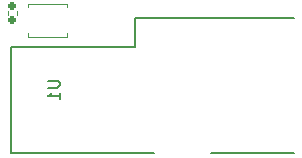
<source format=gbo>
%TF.GenerationSoftware,KiCad,Pcbnew,(6.0.9)*%
%TF.CreationDate,2023-06-25T00:46:12+02:00*%
%TF.ProjectId,keyring_beerclock,6b657972-696e-4675-9f62-656572636c6f,rev?*%
%TF.SameCoordinates,Original*%
%TF.FileFunction,Legend,Bot*%
%TF.FilePolarity,Positive*%
%FSLAX46Y46*%
G04 Gerber Fmt 4.6, Leading zero omitted, Abs format (unit mm)*
G04 Created by KiCad (PCBNEW (6.0.9)) date 2023-06-25 00:46:12*
%MOMM*%
%LPD*%
G01*
G04 APERTURE LIST*
G04 Aperture macros list*
%AMRoundRect*
0 Rectangle with rounded corners*
0 $1 Rounding radius*
0 $2 $3 $4 $5 $6 $7 $8 $9 X,Y pos of 4 corners*
0 Add a 4 corners polygon primitive as box body*
4,1,4,$2,$3,$4,$5,$6,$7,$8,$9,$2,$3,0*
0 Add four circle primitives for the rounded corners*
1,1,$1+$1,$2,$3*
1,1,$1+$1,$4,$5*
1,1,$1+$1,$6,$7*
1,1,$1+$1,$8,$9*
0 Add four rect primitives between the rounded corners*
20,1,$1+$1,$2,$3,$4,$5,0*
20,1,$1+$1,$4,$5,$6,$7,0*
20,1,$1+$1,$6,$7,$8,$9,0*
20,1,$1+$1,$8,$9,$2,$3,0*%
G04 Aperture macros list end*
%ADD10C,0.150000*%
%ADD11C,0.120000*%
%ADD12C,0.900000*%
%ADD13C,0.650000*%
%ADD14R,0.900000X1.700000*%
%ADD15RoundRect,0.160000X0.160000X-0.197500X0.160000X0.197500X-0.160000X0.197500X-0.160000X-0.197500X0*%
%ADD16R,2.000000X0.350000*%
G04 APERTURE END LIST*
D10*
X147300000Y-80600000D02*
X154300000Y-80600000D01*
X130300000Y-80600000D02*
X142400000Y-80600000D01*
X130300000Y-71600000D02*
X130300000Y-80600000D01*
X140800000Y-69100000D02*
X154300000Y-69100000D01*
X140800000Y-71600000D02*
X140800000Y-69100000D01*
X130300000Y-71600000D02*
X140800000Y-71600000D01*
%TO.C,U1*%
X133442380Y-74458095D02*
X134251904Y-74458095D01*
X134347142Y-74505714D01*
X134394761Y-74553333D01*
X134442380Y-74648571D01*
X134442380Y-74839047D01*
X134394761Y-74934285D01*
X134347142Y-74981904D01*
X134251904Y-75029523D01*
X133442380Y-75029523D01*
X134442380Y-76029523D02*
X134442380Y-75458095D01*
X134442380Y-75743809D02*
X133442380Y-75743809D01*
X133585238Y-75648571D01*
X133680476Y-75553333D01*
X133728095Y-75458095D01*
D11*
%TO.C,SW3*%
X131770000Y-67940000D02*
X131770000Y-68240000D01*
X131770000Y-70740000D02*
X131770000Y-70440000D01*
X135070000Y-70740000D02*
X131770000Y-70740000D01*
X135070000Y-70440000D02*
X135070000Y-70740000D01*
X135070000Y-67940000D02*
X131770000Y-67940000D01*
X135070000Y-68240000D02*
X135070000Y-67940000D01*
%TO.C,R7*%
X130830000Y-68919049D02*
X130830000Y-68583807D01*
X130070000Y-68919049D02*
X130070000Y-68583807D01*
%TD*%
%LPC*%
D12*
%TO.C,SW1*%
X143370000Y-80830000D03*
X146370000Y-80830000D03*
%TD*%
D13*
%TO.C,J8*%
X134105000Y-77910000D03*
X134105000Y-72130000D03*
%TD*%
D14*
%TO.C,SW3*%
X135120000Y-69340000D03*
X131720000Y-69340000D03*
%TD*%
D15*
%TO.C,R7*%
X130450000Y-69348928D03*
X130450000Y-68153928D03*
%TD*%
D16*
%TO.C,U1*%
X131690000Y-80150000D03*
X131690000Y-79530000D03*
X131690000Y-78910000D03*
X131690000Y-78290000D03*
X131690000Y-77670000D03*
X131690000Y-77050000D03*
X131690000Y-76430000D03*
X131690000Y-75810000D03*
X131690000Y-75190000D03*
X131690000Y-74570000D03*
X131690000Y-73950000D03*
X131690000Y-73330000D03*
X131690000Y-72710000D03*
X131690000Y-72090000D03*
%TD*%
M02*

</source>
